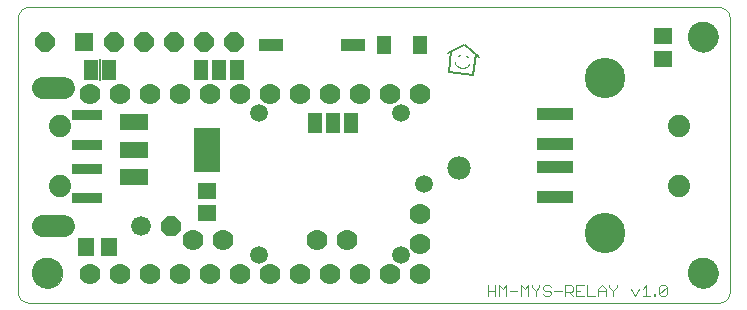
<source format=gts>
G75*
%MOIN*%
%OFA0B0*%
%FSLAX24Y24*%
%IPPOS*%
%LPD*%
%AMOC8*
5,1,8,0,0,1.08239X$1,22.5*
%
%ADD10C,0.0000*%
%ADD11C,0.0030*%
%ADD12C,0.1024*%
%ADD13OC8,0.0660*%
%ADD14C,0.0660*%
%ADD15R,0.0631X0.0552*%
%ADD16R,0.0552X0.0631*%
%ADD17R,0.0800X0.0420*%
%ADD18R,0.0920X0.0520*%
%ADD19R,0.0906X0.1457*%
%ADD20R,0.1221X0.0394*%
%ADD21C,0.1350*%
%ADD22R,0.0512X0.0591*%
%ADD23C,0.0780*%
%ADD24C,0.0594*%
%ADD25C,0.0700*%
%ADD26C,0.0745*%
%ADD27OC8,0.0640*%
%ADD28R,0.0640X0.0640*%
%ADD29R,0.1024X0.0355*%
%ADD30C,0.0740*%
%ADD31C,0.0355*%
%ADD32R,0.0500X0.0670*%
%ADD33R,0.0060X0.0720*%
%ADD34C,0.0059*%
%ADD35C,0.0039*%
D10*
X005880Y000515D02*
X005880Y009649D01*
X005879Y009649D02*
X005877Y009686D01*
X005879Y009723D01*
X005884Y009760D01*
X005894Y009796D01*
X005907Y009831D01*
X005924Y009865D01*
X005944Y009896D01*
X005967Y009925D01*
X005994Y009952D01*
X006022Y009976D01*
X006054Y009996D01*
X006087Y010013D01*
X006122Y010027D01*
X006158Y010037D01*
X006195Y010043D01*
X029207Y010043D01*
X029244Y010045D01*
X029281Y010043D01*
X029318Y010038D01*
X029354Y010028D01*
X029389Y010015D01*
X029423Y009998D01*
X029454Y009978D01*
X029483Y009955D01*
X029510Y009928D01*
X029534Y009900D01*
X029554Y009868D01*
X029571Y009835D01*
X029585Y009800D01*
X029595Y009764D01*
X029601Y009727D01*
X029601Y009728D02*
X029601Y000594D01*
X029601Y000593D02*
X029603Y000556D01*
X029601Y000519D01*
X029596Y000482D01*
X029586Y000446D01*
X029573Y000411D01*
X029556Y000377D01*
X029536Y000346D01*
X029513Y000317D01*
X029486Y000290D01*
X029458Y000266D01*
X029426Y000246D01*
X029393Y000229D01*
X029358Y000215D01*
X029322Y000205D01*
X029285Y000199D01*
X029286Y000200D02*
X006274Y000200D01*
X006273Y000199D02*
X006238Y000197D01*
X006203Y000198D01*
X006169Y000203D01*
X006135Y000211D01*
X006102Y000222D01*
X006070Y000237D01*
X006039Y000255D01*
X006011Y000275D01*
X005985Y000298D01*
X005961Y000324D01*
X005940Y000352D01*
X005921Y000382D01*
X005906Y000413D01*
X005894Y000446D01*
X005885Y000480D01*
X005879Y000515D01*
X006372Y001184D02*
X006374Y001228D01*
X006380Y001272D01*
X006390Y001315D01*
X006403Y001357D01*
X006421Y001397D01*
X006442Y001436D01*
X006466Y001473D01*
X006493Y001508D01*
X006524Y001540D01*
X006557Y001569D01*
X006593Y001595D01*
X006631Y001617D01*
X006671Y001636D01*
X006712Y001652D01*
X006755Y001664D01*
X006798Y001672D01*
X006842Y001676D01*
X006886Y001676D01*
X006930Y001672D01*
X006973Y001664D01*
X007016Y001652D01*
X007057Y001636D01*
X007097Y001617D01*
X007135Y001595D01*
X007171Y001569D01*
X007204Y001540D01*
X007235Y001508D01*
X007262Y001473D01*
X007286Y001436D01*
X007307Y001397D01*
X007325Y001357D01*
X007338Y001315D01*
X007348Y001272D01*
X007354Y001228D01*
X007356Y001184D01*
X007354Y001140D01*
X007348Y001096D01*
X007338Y001053D01*
X007325Y001011D01*
X007307Y000971D01*
X007286Y000932D01*
X007262Y000895D01*
X007235Y000860D01*
X007204Y000828D01*
X007171Y000799D01*
X007135Y000773D01*
X007097Y000751D01*
X007057Y000732D01*
X007016Y000716D01*
X006973Y000704D01*
X006930Y000696D01*
X006886Y000692D01*
X006842Y000692D01*
X006798Y000696D01*
X006755Y000704D01*
X006712Y000716D01*
X006671Y000732D01*
X006631Y000751D01*
X006593Y000773D01*
X006557Y000799D01*
X006524Y000828D01*
X006493Y000860D01*
X006466Y000895D01*
X006442Y000932D01*
X006421Y000971D01*
X006403Y001011D01*
X006390Y001053D01*
X006380Y001096D01*
X006374Y001140D01*
X006372Y001184D01*
X006609Y002747D02*
X006611Y002772D01*
X006617Y002796D01*
X006626Y002818D01*
X006639Y002839D01*
X006655Y002858D01*
X006674Y002874D01*
X006695Y002887D01*
X006717Y002896D01*
X006741Y002902D01*
X006766Y002904D01*
X006791Y002902D01*
X006815Y002896D01*
X006837Y002887D01*
X006858Y002874D01*
X006877Y002858D01*
X006893Y002839D01*
X006906Y002818D01*
X006915Y002796D01*
X006921Y002772D01*
X006923Y002747D01*
X006921Y002722D01*
X006915Y002698D01*
X006906Y002676D01*
X006893Y002655D01*
X006877Y002636D01*
X006858Y002620D01*
X006837Y002607D01*
X006815Y002598D01*
X006791Y002592D01*
X006766Y002590D01*
X006741Y002592D01*
X006717Y002598D01*
X006695Y002607D01*
X006674Y002620D01*
X006655Y002636D01*
X006639Y002655D01*
X006626Y002676D01*
X006617Y002698D01*
X006611Y002722D01*
X006609Y002747D01*
X006766Y002747D02*
X006768Y002772D01*
X006774Y002796D01*
X006783Y002818D01*
X006796Y002839D01*
X006812Y002858D01*
X006831Y002874D01*
X006852Y002887D01*
X006874Y002896D01*
X006898Y002902D01*
X006923Y002904D01*
X006948Y002902D01*
X006972Y002896D01*
X006994Y002887D01*
X007015Y002874D01*
X007034Y002858D01*
X007050Y002839D01*
X007063Y002818D01*
X007072Y002796D01*
X007078Y002772D01*
X007080Y002747D01*
X007078Y002722D01*
X007072Y002698D01*
X007063Y002676D01*
X007050Y002655D01*
X007034Y002636D01*
X007015Y002620D01*
X006994Y002607D01*
X006972Y002598D01*
X006948Y002592D01*
X006923Y002590D01*
X006898Y002592D01*
X006874Y002598D01*
X006852Y002607D01*
X006831Y002620D01*
X006812Y002636D01*
X006796Y002655D01*
X006783Y002676D01*
X006774Y002698D01*
X006768Y002722D01*
X006766Y002747D01*
X007081Y002747D02*
X007083Y002772D01*
X007089Y002796D01*
X007098Y002818D01*
X007111Y002839D01*
X007127Y002858D01*
X007146Y002874D01*
X007167Y002887D01*
X007189Y002896D01*
X007213Y002902D01*
X007238Y002904D01*
X007263Y002902D01*
X007287Y002896D01*
X007309Y002887D01*
X007330Y002874D01*
X007349Y002858D01*
X007365Y002839D01*
X007378Y002818D01*
X007387Y002796D01*
X007393Y002772D01*
X007395Y002747D01*
X007393Y002722D01*
X007387Y002698D01*
X007378Y002676D01*
X007365Y002655D01*
X007349Y002636D01*
X007330Y002620D01*
X007309Y002607D01*
X007287Y002598D01*
X007263Y002592D01*
X007238Y002590D01*
X007213Y002592D01*
X007189Y002598D01*
X007167Y002607D01*
X007146Y002620D01*
X007127Y002636D01*
X007111Y002655D01*
X007098Y002676D01*
X007089Y002698D01*
X007083Y002722D01*
X007081Y002747D01*
X007239Y002747D02*
X007241Y002772D01*
X007247Y002796D01*
X007256Y002818D01*
X007269Y002839D01*
X007285Y002858D01*
X007304Y002874D01*
X007325Y002887D01*
X007347Y002896D01*
X007371Y002902D01*
X007396Y002904D01*
X007421Y002902D01*
X007445Y002896D01*
X007467Y002887D01*
X007488Y002874D01*
X007507Y002858D01*
X007523Y002839D01*
X007536Y002818D01*
X007545Y002796D01*
X007551Y002772D01*
X007553Y002747D01*
X007551Y002722D01*
X007545Y002698D01*
X007536Y002676D01*
X007523Y002655D01*
X007507Y002636D01*
X007488Y002620D01*
X007467Y002607D01*
X007445Y002598D01*
X007421Y002592D01*
X007396Y002590D01*
X007371Y002592D01*
X007347Y002598D01*
X007325Y002607D01*
X007304Y002620D01*
X007285Y002636D01*
X007269Y002655D01*
X007256Y002676D01*
X007247Y002698D01*
X007241Y002722D01*
X007239Y002747D01*
X007081Y007353D02*
X007083Y007378D01*
X007089Y007402D01*
X007098Y007424D01*
X007111Y007445D01*
X007127Y007464D01*
X007146Y007480D01*
X007167Y007493D01*
X007189Y007502D01*
X007213Y007508D01*
X007238Y007510D01*
X007263Y007508D01*
X007287Y007502D01*
X007309Y007493D01*
X007330Y007480D01*
X007349Y007464D01*
X007365Y007445D01*
X007378Y007424D01*
X007387Y007402D01*
X007393Y007378D01*
X007395Y007353D01*
X007393Y007328D01*
X007387Y007304D01*
X007378Y007282D01*
X007365Y007261D01*
X007349Y007242D01*
X007330Y007226D01*
X007309Y007213D01*
X007287Y007204D01*
X007263Y007198D01*
X007238Y007196D01*
X007213Y007198D01*
X007189Y007204D01*
X007167Y007213D01*
X007146Y007226D01*
X007127Y007242D01*
X007111Y007261D01*
X007098Y007282D01*
X007089Y007304D01*
X007083Y007328D01*
X007081Y007353D01*
X006766Y007353D02*
X006768Y007378D01*
X006774Y007402D01*
X006783Y007424D01*
X006796Y007445D01*
X006812Y007464D01*
X006831Y007480D01*
X006852Y007493D01*
X006874Y007502D01*
X006898Y007508D01*
X006923Y007510D01*
X006948Y007508D01*
X006972Y007502D01*
X006994Y007493D01*
X007015Y007480D01*
X007034Y007464D01*
X007050Y007445D01*
X007063Y007424D01*
X007072Y007402D01*
X007078Y007378D01*
X007080Y007353D01*
X007078Y007328D01*
X007072Y007304D01*
X007063Y007282D01*
X007050Y007261D01*
X007034Y007242D01*
X007015Y007226D01*
X006994Y007213D01*
X006972Y007204D01*
X006948Y007198D01*
X006923Y007196D01*
X006898Y007198D01*
X006874Y007204D01*
X006852Y007213D01*
X006831Y007226D01*
X006812Y007242D01*
X006796Y007261D01*
X006783Y007282D01*
X006774Y007304D01*
X006768Y007328D01*
X006766Y007353D01*
X006609Y007353D02*
X006611Y007378D01*
X006617Y007402D01*
X006626Y007424D01*
X006639Y007445D01*
X006655Y007464D01*
X006674Y007480D01*
X006695Y007493D01*
X006717Y007502D01*
X006741Y007508D01*
X006766Y007510D01*
X006791Y007508D01*
X006815Y007502D01*
X006837Y007493D01*
X006858Y007480D01*
X006877Y007464D01*
X006893Y007445D01*
X006906Y007424D01*
X006915Y007402D01*
X006921Y007378D01*
X006923Y007353D01*
X006921Y007328D01*
X006915Y007304D01*
X006906Y007282D01*
X006893Y007261D01*
X006877Y007242D01*
X006858Y007226D01*
X006837Y007213D01*
X006815Y007204D01*
X006791Y007198D01*
X006766Y007196D01*
X006741Y007198D01*
X006717Y007204D01*
X006695Y007213D01*
X006674Y007226D01*
X006655Y007242D01*
X006639Y007261D01*
X006626Y007282D01*
X006617Y007304D01*
X006611Y007328D01*
X006609Y007353D01*
X007239Y007353D02*
X007241Y007378D01*
X007247Y007402D01*
X007256Y007424D01*
X007269Y007445D01*
X007285Y007464D01*
X007304Y007480D01*
X007325Y007493D01*
X007347Y007502D01*
X007371Y007508D01*
X007396Y007510D01*
X007421Y007508D01*
X007445Y007502D01*
X007467Y007493D01*
X007488Y007480D01*
X007507Y007464D01*
X007523Y007445D01*
X007536Y007424D01*
X007545Y007402D01*
X007551Y007378D01*
X007553Y007353D01*
X007551Y007328D01*
X007545Y007304D01*
X007536Y007282D01*
X007523Y007261D01*
X007507Y007242D01*
X007488Y007226D01*
X007467Y007213D01*
X007445Y007204D01*
X007421Y007198D01*
X007396Y007196D01*
X007371Y007198D01*
X007347Y007204D01*
X007325Y007213D01*
X007304Y007226D01*
X007285Y007242D01*
X007269Y007261D01*
X007256Y007282D01*
X007247Y007304D01*
X007241Y007328D01*
X007239Y007353D01*
X028223Y009058D02*
X028225Y009102D01*
X028231Y009146D01*
X028241Y009189D01*
X028254Y009231D01*
X028272Y009271D01*
X028293Y009310D01*
X028317Y009347D01*
X028344Y009382D01*
X028375Y009414D01*
X028408Y009443D01*
X028444Y009469D01*
X028482Y009491D01*
X028522Y009510D01*
X028563Y009526D01*
X028606Y009538D01*
X028649Y009546D01*
X028693Y009550D01*
X028737Y009550D01*
X028781Y009546D01*
X028824Y009538D01*
X028867Y009526D01*
X028908Y009510D01*
X028948Y009491D01*
X028986Y009469D01*
X029022Y009443D01*
X029055Y009414D01*
X029086Y009382D01*
X029113Y009347D01*
X029137Y009310D01*
X029158Y009271D01*
X029176Y009231D01*
X029189Y009189D01*
X029199Y009146D01*
X029205Y009102D01*
X029207Y009058D01*
X029205Y009014D01*
X029199Y008970D01*
X029189Y008927D01*
X029176Y008885D01*
X029158Y008845D01*
X029137Y008806D01*
X029113Y008769D01*
X029086Y008734D01*
X029055Y008702D01*
X029022Y008673D01*
X028986Y008647D01*
X028948Y008625D01*
X028908Y008606D01*
X028867Y008590D01*
X028824Y008578D01*
X028781Y008570D01*
X028737Y008566D01*
X028693Y008566D01*
X028649Y008570D01*
X028606Y008578D01*
X028563Y008590D01*
X028522Y008606D01*
X028482Y008625D01*
X028444Y008647D01*
X028408Y008673D01*
X028375Y008702D01*
X028344Y008734D01*
X028317Y008769D01*
X028293Y008806D01*
X028272Y008845D01*
X028254Y008885D01*
X028241Y008927D01*
X028231Y008970D01*
X028225Y009014D01*
X028223Y009058D01*
X028223Y001184D02*
X028225Y001228D01*
X028231Y001272D01*
X028241Y001315D01*
X028254Y001357D01*
X028272Y001397D01*
X028293Y001436D01*
X028317Y001473D01*
X028344Y001508D01*
X028375Y001540D01*
X028408Y001569D01*
X028444Y001595D01*
X028482Y001617D01*
X028522Y001636D01*
X028563Y001652D01*
X028606Y001664D01*
X028649Y001672D01*
X028693Y001676D01*
X028737Y001676D01*
X028781Y001672D01*
X028824Y001664D01*
X028867Y001652D01*
X028908Y001636D01*
X028948Y001617D01*
X028986Y001595D01*
X029022Y001569D01*
X029055Y001540D01*
X029086Y001508D01*
X029113Y001473D01*
X029137Y001436D01*
X029158Y001397D01*
X029176Y001357D01*
X029189Y001315D01*
X029199Y001272D01*
X029205Y001228D01*
X029207Y001184D01*
X029205Y001140D01*
X029199Y001096D01*
X029189Y001053D01*
X029176Y001011D01*
X029158Y000971D01*
X029137Y000932D01*
X029113Y000895D01*
X029086Y000860D01*
X029055Y000828D01*
X029022Y000799D01*
X028986Y000773D01*
X028948Y000751D01*
X028908Y000732D01*
X028867Y000716D01*
X028824Y000704D01*
X028781Y000696D01*
X028737Y000692D01*
X028693Y000692D01*
X028649Y000696D01*
X028606Y000704D01*
X028563Y000716D01*
X028522Y000732D01*
X028482Y000751D01*
X028444Y000773D01*
X028408Y000799D01*
X028375Y000828D01*
X028344Y000860D01*
X028317Y000895D01*
X028293Y000932D01*
X028272Y000971D01*
X028254Y001011D01*
X028241Y001053D01*
X028231Y001096D01*
X028225Y001140D01*
X028223Y001184D01*
D11*
X027501Y000724D02*
X027439Y000785D01*
X027316Y000785D01*
X027254Y000724D01*
X027254Y000477D01*
X027501Y000724D01*
X027501Y000477D01*
X027439Y000415D01*
X027316Y000415D01*
X027254Y000477D01*
X027132Y000477D02*
X027132Y000415D01*
X027070Y000415D01*
X027070Y000477D01*
X027132Y000477D01*
X026948Y000415D02*
X026702Y000415D01*
X026825Y000415D02*
X026825Y000785D01*
X026702Y000662D01*
X026580Y000662D02*
X026457Y000415D01*
X026333Y000662D01*
X025843Y000724D02*
X025720Y000600D01*
X025720Y000415D01*
X025720Y000600D02*
X025597Y000724D01*
X025597Y000785D01*
X025475Y000662D02*
X025475Y000415D01*
X025475Y000600D02*
X025228Y000600D01*
X025228Y000662D02*
X025228Y000415D01*
X025107Y000415D02*
X024860Y000415D01*
X024860Y000785D01*
X024739Y000785D02*
X024492Y000785D01*
X024492Y000415D01*
X024739Y000415D01*
X024615Y000600D02*
X024492Y000600D01*
X024370Y000600D02*
X024309Y000538D01*
X024123Y000538D01*
X024123Y000415D02*
X024123Y000785D01*
X024309Y000785D01*
X024370Y000724D01*
X024370Y000600D01*
X024247Y000538D02*
X024370Y000415D01*
X024002Y000600D02*
X023755Y000600D01*
X023634Y000538D02*
X023634Y000477D01*
X023572Y000415D01*
X023448Y000415D01*
X023387Y000477D01*
X023448Y000600D02*
X023572Y000600D01*
X023634Y000538D01*
X023634Y000724D02*
X023572Y000785D01*
X023448Y000785D01*
X023387Y000724D01*
X023387Y000662D01*
X023448Y000600D01*
X023265Y000724D02*
X023265Y000785D01*
X023265Y000724D02*
X023142Y000600D01*
X023142Y000415D01*
X023142Y000600D02*
X023018Y000724D01*
X023018Y000785D01*
X022897Y000785D02*
X022774Y000662D01*
X022650Y000785D01*
X022650Y000415D01*
X022529Y000600D02*
X022282Y000600D01*
X022160Y000785D02*
X022160Y000415D01*
X021913Y000415D02*
X021913Y000785D01*
X022037Y000662D01*
X022160Y000785D01*
X021792Y000785D02*
X021792Y000415D01*
X021792Y000600D02*
X021545Y000600D01*
X021545Y000415D02*
X021545Y000785D01*
X022897Y000785D02*
X022897Y000415D01*
X025228Y000662D02*
X025352Y000785D01*
X025475Y000662D01*
X025843Y000724D02*
X025843Y000785D01*
D12*
X028715Y001184D03*
X028715Y009058D03*
X006864Y001184D03*
D13*
X010980Y002750D03*
D14*
X009980Y002750D03*
D15*
X012180Y003176D03*
X012180Y003924D03*
X027380Y008326D03*
X027380Y009074D03*
D16*
X008904Y002050D03*
X008156Y002050D03*
D17*
X014305Y008800D03*
X017055Y008800D03*
D18*
X009760Y006210D03*
X009760Y005300D03*
X009760Y004390D03*
D19*
X012200Y005300D03*
D20*
X023791Y005494D03*
X023791Y004706D03*
X023791Y003722D03*
X023791Y006478D03*
D21*
X025449Y007685D03*
X025449Y002515D03*
D22*
X019271Y008800D03*
X018090Y008800D03*
D23*
X020580Y004700D03*
D24*
X019430Y004147D03*
X018642Y001785D03*
X013918Y001785D03*
X013918Y006509D03*
X018642Y006509D03*
D25*
X018280Y007150D03*
X017280Y007150D03*
X016280Y007150D03*
X015280Y007150D03*
X014280Y007150D03*
X013280Y007150D03*
X012280Y007150D03*
X011280Y007150D03*
X010280Y007150D03*
X009280Y007150D03*
X008280Y007150D03*
X019280Y007150D03*
X019280Y003150D03*
X019280Y002150D03*
X019280Y001150D03*
X018280Y001150D03*
X017280Y001150D03*
X016280Y001150D03*
X015280Y001150D03*
X014280Y001150D03*
X013280Y001150D03*
X012280Y001150D03*
X011280Y001150D03*
X010280Y001150D03*
X009280Y001150D03*
X008280Y001150D03*
X011718Y002275D03*
X012718Y002275D03*
X015843Y002275D03*
X016843Y002275D03*
D26*
X007280Y004100D03*
X007280Y006100D03*
X027930Y006100D03*
X027930Y004100D03*
D27*
X013080Y008900D03*
X012080Y008900D03*
X011080Y008900D03*
X010080Y008900D03*
X009080Y008900D03*
X006780Y008900D03*
D28*
X008080Y008900D03*
D29*
X008191Y006448D03*
X008191Y005454D03*
X008191Y004646D03*
X008191Y003672D03*
D30*
X007431Y002747D02*
X006731Y002747D01*
X006731Y007353D02*
X007431Y007353D01*
D31*
X007396Y007353D03*
X007238Y007353D03*
X006923Y007353D03*
X006766Y007353D03*
X006766Y002747D03*
X006923Y002747D03*
X007238Y002747D03*
X007396Y002747D03*
D32*
X015780Y006200D03*
X016380Y006200D03*
X016980Y006200D03*
X013180Y007950D03*
X012580Y007950D03*
X011980Y007950D03*
X008930Y007950D03*
X008330Y007950D03*
D33*
X008630Y007950D03*
D34*
X020209Y008527D02*
X020760Y008783D01*
X020768Y008783D02*
X021242Y008399D01*
X021134Y008487D02*
X021055Y007798D01*
X021036Y007798D02*
X020248Y007877D01*
X020317Y008576D01*
D35*
X020534Y008409D02*
X020620Y008436D01*
X020829Y008409D02*
X020898Y008369D01*
X020927Y008159D02*
X020898Y008094D01*
X020859Y008054D01*
X020819Y008035D01*
X020760Y008015D01*
X020642Y008015D01*
X020583Y008035D01*
X020524Y008074D01*
X020484Y008113D01*
X020465Y008153D01*
X020465Y008212D01*
M02*

</source>
